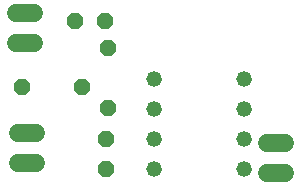
<source format=gbr>
G04 EAGLE Gerber RS-274X export*
G75*
%MOMM*%
%FSLAX34Y34*%
%LPD*%
%INTop Copper*%
%IPPOS*%
%AMOC8*
5,1,8,0,0,1.08239X$1,22.5*%
G01*
%ADD10P,1.429621X8X202.500000*%
%ADD11P,1.429621X8X292.500000*%
%ADD12C,1.524000*%
%ADD13P,1.429621X8X112.500000*%
%ADD14C,1.320800*%


D10*
X105300Y157200D03*
X79900Y157200D03*
D11*
X106600Y57400D03*
X106600Y32000D03*
D12*
X45720Y163600D02*
X30480Y163600D01*
X30480Y138200D02*
X45720Y138200D01*
X242980Y54200D02*
X258220Y54200D01*
X258220Y28800D02*
X242980Y28800D01*
D13*
X108400Y83400D03*
X108400Y134200D03*
D10*
X86100Y101200D03*
X35300Y101200D03*
D12*
X32380Y62700D02*
X47620Y62700D01*
X47620Y37300D02*
X32380Y37300D01*
D14*
X223100Y31900D03*
X223100Y57300D03*
X146900Y57300D03*
X146900Y31900D03*
X223100Y82700D03*
X223100Y108100D03*
X146900Y82700D03*
X146900Y108100D03*
M02*

</source>
